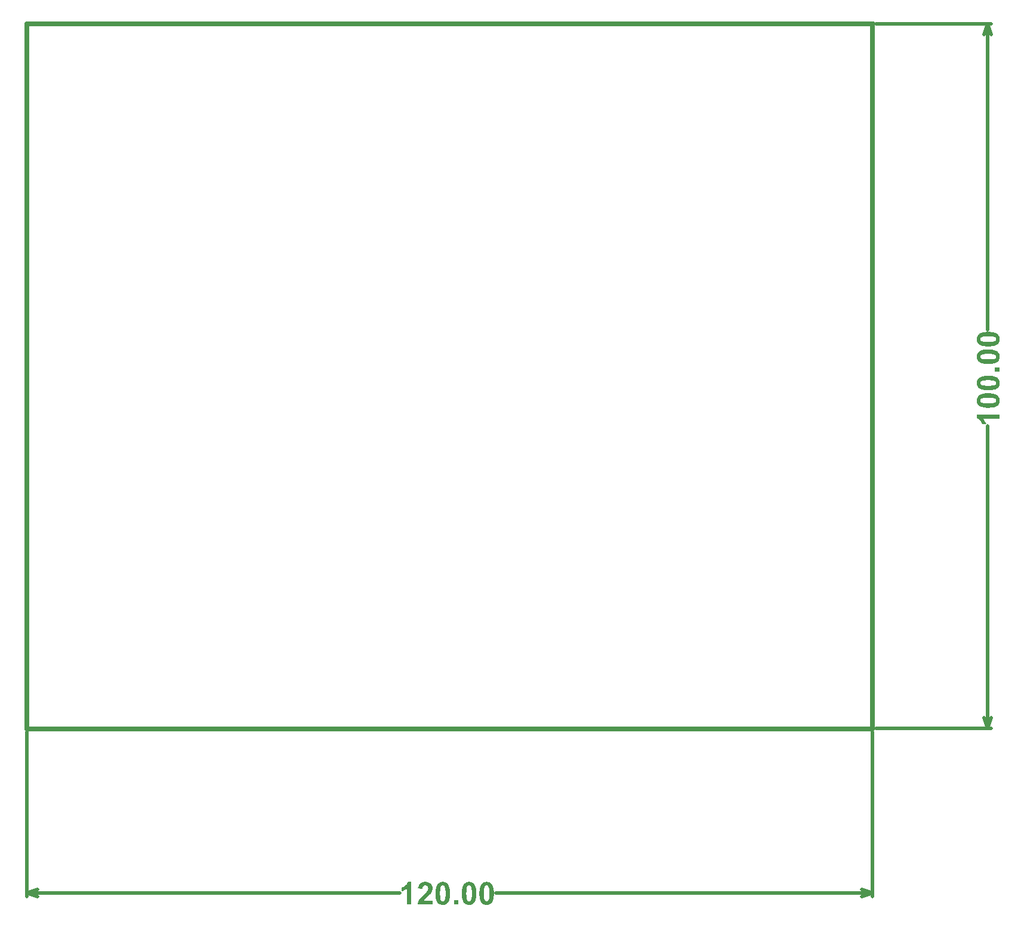
<source format=gm1>
G04*
G04 #@! TF.GenerationSoftware,Altium Limited,Altium Designer,18.1.7 (191)*
G04*
G04 Layer_Color=16711935*
%FSLAX24Y24*%
%MOIN*%
G70*
G01*
G75*
%ADD25C,0.0250*%
%ADD161C,0.0197*%
G36*
X53774Y22165D02*
X53803Y22163D01*
X53838Y22160D01*
X53874Y22156D01*
X53915Y22152D01*
X53956Y22145D01*
X54000Y22136D01*
X54042Y22127D01*
X54084Y22114D01*
X54126Y22101D01*
X54164Y22083D01*
X54201Y22065D01*
X54232Y22043D01*
X54233Y22041D01*
X54237Y22038D01*
X54244Y22032D01*
X54252Y22025D01*
X54261Y22014D01*
X54272Y22001D01*
X54284Y21985D01*
X54295Y21968D01*
X54308Y21948D01*
X54321Y21928D01*
X54332Y21905D01*
X54341Y21879D01*
X54348Y21852D01*
X54355Y21821D01*
X54359Y21790D01*
X54361Y21757D01*
Y21750D01*
X54359Y21739D01*
Y21726D01*
X54357Y21711D01*
X54354Y21693D01*
X54350Y21673D01*
X54343Y21651D01*
X54335Y21628D01*
X54326Y21604D01*
X54315Y21578D01*
X54301Y21555D01*
X54286Y21529D01*
X54266Y21506D01*
X54246Y21482D01*
X54221Y21460D01*
X54219Y21458D01*
X54213Y21455D01*
X54204Y21449D01*
X54193Y21444D01*
X54177Y21434D01*
X54157Y21425D01*
X54131Y21414D01*
X54104Y21405D01*
X54071Y21394D01*
X54035Y21383D01*
X53993Y21374D01*
X53947Y21367D01*
X53896Y21360D01*
X53840Y21354D01*
X53780Y21351D01*
X53714Y21349D01*
X53712D01*
X53710D01*
X53705D01*
X53698D01*
X53679D01*
X53656Y21351D01*
X53627Y21353D01*
X53592Y21356D01*
X53556Y21360D01*
X53516Y21363D01*
X53474Y21371D01*
X53432Y21378D01*
X53388Y21389D01*
X53346Y21400D01*
X53306Y21414D01*
X53268Y21431D01*
X53231Y21449D01*
X53200Y21471D01*
X53198Y21473D01*
X53195Y21476D01*
X53188Y21482D01*
X53180Y21491D01*
X53169Y21500D01*
X53158Y21513D01*
X53147Y21529D01*
X53135Y21546D01*
X53122Y21566D01*
X53111Y21586D01*
X53100Y21609D01*
X53089Y21635D01*
X53082Y21662D01*
X53075Y21693D01*
X53071Y21724D01*
X53069Y21757D01*
Y21775D01*
X53071Y21788D01*
X53073Y21803D01*
X53076Y21821D01*
X53080Y21839D01*
X53086Y21861D01*
X53093Y21885D01*
X53102Y21906D01*
X53111Y21930D01*
X53124Y21954D01*
X53140Y21977D01*
X53157Y22001D01*
X53177Y22023D01*
X53200Y22043D01*
X53202Y22045D01*
X53208Y22049D01*
X53217Y22054D01*
X53229Y22063D01*
X53248Y22072D01*
X53270Y22083D01*
X53293Y22094D01*
X53324Y22105D01*
X53357Y22116D01*
X53395Y22129D01*
X53437Y22138D01*
X53485Y22147D01*
X53536Y22156D01*
X53590Y22161D01*
X53650Y22165D01*
X53716Y22167D01*
X53718D01*
X53720D01*
X53725D01*
X53732D01*
X53751D01*
X53774Y22165D01*
D02*
G37*
G36*
Y21185D02*
X53803Y21183D01*
X53838Y21179D01*
X53874Y21176D01*
X53915Y21172D01*
X53956Y21165D01*
X54000Y21156D01*
X54042Y21147D01*
X54084Y21134D01*
X54126Y21121D01*
X54164Y21103D01*
X54201Y21085D01*
X54232Y21063D01*
X54233Y21061D01*
X54237Y21057D01*
X54244Y21052D01*
X54252Y21045D01*
X54261Y21034D01*
X54272Y21021D01*
X54284Y21005D01*
X54295Y20988D01*
X54308Y20968D01*
X54321Y20948D01*
X54332Y20924D01*
X54341Y20899D01*
X54348Y20872D01*
X54355Y20841D01*
X54359Y20810D01*
X54361Y20777D01*
Y20769D01*
X54359Y20759D01*
Y20746D01*
X54357Y20731D01*
X54354Y20713D01*
X54350Y20693D01*
X54343Y20671D01*
X54335Y20647D01*
X54326Y20624D01*
X54315Y20598D01*
X54301Y20575D01*
X54286Y20549D01*
X54266Y20525D01*
X54246Y20502D01*
X54221Y20480D01*
X54219Y20478D01*
X54213Y20474D01*
X54204Y20469D01*
X54193Y20463D01*
X54177Y20454D01*
X54157Y20445D01*
X54131Y20434D01*
X54104Y20425D01*
X54071Y20414D01*
X54035Y20403D01*
X53993Y20394D01*
X53947Y20387D01*
X53896Y20380D01*
X53840Y20374D01*
X53780Y20370D01*
X53714Y20369D01*
X53712D01*
X53710D01*
X53705D01*
X53698D01*
X53679D01*
X53656Y20370D01*
X53627Y20372D01*
X53592Y20376D01*
X53556Y20380D01*
X53516Y20383D01*
X53474Y20390D01*
X53432Y20398D01*
X53388Y20409D01*
X53346Y20420D01*
X53306Y20434D01*
X53268Y20451D01*
X53231Y20469D01*
X53200Y20491D01*
X53198Y20493D01*
X53195Y20496D01*
X53188Y20502D01*
X53180Y20511D01*
X53169Y20520D01*
X53158Y20533D01*
X53147Y20549D01*
X53135Y20565D01*
X53122Y20585D01*
X53111Y20605D01*
X53100Y20629D01*
X53089Y20655D01*
X53082Y20682D01*
X53075Y20713D01*
X53071Y20744D01*
X53069Y20777D01*
Y20795D01*
X53071Y20808D01*
X53073Y20822D01*
X53076Y20841D01*
X53080Y20859D01*
X53086Y20881D01*
X53093Y20904D01*
X53102Y20926D01*
X53111Y20950D01*
X53124Y20974D01*
X53140Y20997D01*
X53157Y21021D01*
X53177Y21043D01*
X53200Y21063D01*
X53202Y21065D01*
X53208Y21068D01*
X53217Y21074D01*
X53229Y21083D01*
X53248Y21092D01*
X53270Y21103D01*
X53293Y21114D01*
X53324Y21125D01*
X53357Y21136D01*
X53395Y21148D01*
X53437Y21158D01*
X53485Y21167D01*
X53536Y21176D01*
X53590Y21181D01*
X53650Y21185D01*
X53716Y21187D01*
X53718D01*
X53720D01*
X53725D01*
X53732D01*
X53751D01*
X53774Y21185D01*
D02*
G37*
G36*
X54337Y19930D02*
X54095D01*
Y20172D01*
X54337D01*
Y19930D01*
D02*
G37*
G36*
X53774Y19715D02*
X53803Y19713D01*
X53838Y19709D01*
X53874Y19705D01*
X53915Y19702D01*
X53956Y19694D01*
X54000Y19685D01*
X54042Y19676D01*
X54084Y19664D01*
X54126Y19651D01*
X54164Y19633D01*
X54201Y19614D01*
X54232Y19592D01*
X54233Y19591D01*
X54237Y19587D01*
X54244Y19582D01*
X54252Y19574D01*
X54261Y19563D01*
X54272Y19551D01*
X54284Y19534D01*
X54295Y19518D01*
X54308Y19498D01*
X54321Y19478D01*
X54332Y19454D01*
X54341Y19428D01*
X54348Y19401D01*
X54355Y19370D01*
X54359Y19339D01*
X54361Y19306D01*
Y19299D01*
X54359Y19288D01*
Y19275D01*
X54357Y19261D01*
X54354Y19243D01*
X54350Y19223D01*
X54343Y19201D01*
X54335Y19177D01*
X54326Y19153D01*
X54315Y19128D01*
X54301Y19104D01*
X54286Y19079D01*
X54266Y19055D01*
X54246Y19031D01*
X54221Y19009D01*
X54219Y19008D01*
X54213Y19004D01*
X54204Y18998D01*
X54193Y18993D01*
X54177Y18984D01*
X54157Y18975D01*
X54131Y18964D01*
X54104Y18955D01*
X54071Y18944D01*
X54035Y18933D01*
X53993Y18924D01*
X53947Y18916D01*
X53896Y18909D01*
X53840Y18904D01*
X53780Y18900D01*
X53714Y18898D01*
X53712D01*
X53710D01*
X53705D01*
X53698D01*
X53679D01*
X53656Y18900D01*
X53627Y18902D01*
X53592Y18906D01*
X53556Y18909D01*
X53516Y18913D01*
X53474Y18920D01*
X53432Y18927D01*
X53388Y18938D01*
X53346Y18949D01*
X53306Y18964D01*
X53268Y18980D01*
X53231Y18998D01*
X53200Y19020D01*
X53198Y19022D01*
X53195Y19026D01*
X53188Y19031D01*
X53180Y19040D01*
X53169Y19050D01*
X53158Y19062D01*
X53147Y19079D01*
X53135Y19095D01*
X53122Y19115D01*
X53111Y19135D01*
X53100Y19159D01*
X53089Y19184D01*
X53082Y19212D01*
X53075Y19243D01*
X53071Y19274D01*
X53069Y19306D01*
Y19325D01*
X53071Y19337D01*
X53073Y19352D01*
X53076Y19370D01*
X53080Y19388D01*
X53086Y19410D01*
X53093Y19434D01*
X53102Y19456D01*
X53111Y19479D01*
X53124Y19503D01*
X53140Y19527D01*
X53157Y19551D01*
X53177Y19572D01*
X53200Y19592D01*
X53202Y19594D01*
X53208Y19598D01*
X53217Y19603D01*
X53229Y19612D01*
X53248Y19622D01*
X53270Y19633D01*
X53293Y19643D01*
X53324Y19654D01*
X53357Y19665D01*
X53395Y19678D01*
X53437Y19687D01*
X53485Y19696D01*
X53536Y19705D01*
X53590Y19711D01*
X53650Y19715D01*
X53716Y19716D01*
X53718D01*
X53720D01*
X53725D01*
X53732D01*
X53751D01*
X53774Y19715D01*
D02*
G37*
G36*
Y18734D02*
X53803Y18732D01*
X53838Y18729D01*
X53874Y18725D01*
X53915Y18722D01*
X53956Y18714D01*
X54000Y18705D01*
X54042Y18696D01*
X54084Y18683D01*
X54126Y18671D01*
X54164Y18652D01*
X54201Y18634D01*
X54232Y18612D01*
X54233Y18610D01*
X54237Y18607D01*
X54244Y18601D01*
X54252Y18594D01*
X54261Y18583D01*
X54272Y18570D01*
X54284Y18554D01*
X54295Y18538D01*
X54308Y18517D01*
X54321Y18497D01*
X54332Y18474D01*
X54341Y18448D01*
X54348Y18421D01*
X54355Y18390D01*
X54359Y18359D01*
X54361Y18326D01*
Y18319D01*
X54359Y18308D01*
Y18295D01*
X54357Y18281D01*
X54354Y18262D01*
X54350Y18242D01*
X54343Y18220D01*
X54335Y18197D01*
X54326Y18173D01*
X54315Y18148D01*
X54301Y18124D01*
X54286Y18098D01*
X54266Y18075D01*
X54246Y18051D01*
X54221Y18029D01*
X54219Y18027D01*
X54213Y18024D01*
X54204Y18018D01*
X54193Y18013D01*
X54177Y18004D01*
X54157Y17995D01*
X54131Y17984D01*
X54104Y17975D01*
X54071Y17964D01*
X54035Y17953D01*
X53993Y17944D01*
X53947Y17936D01*
X53896Y17929D01*
X53840Y17924D01*
X53780Y17920D01*
X53714Y17918D01*
X53712D01*
X53710D01*
X53705D01*
X53698D01*
X53679D01*
X53656Y17920D01*
X53627Y17922D01*
X53592Y17925D01*
X53556Y17929D01*
X53516Y17933D01*
X53474Y17940D01*
X53432Y17947D01*
X53388Y17958D01*
X53346Y17969D01*
X53306Y17984D01*
X53268Y18000D01*
X53231Y18018D01*
X53200Y18040D01*
X53198Y18042D01*
X53195Y18046D01*
X53188Y18051D01*
X53180Y18060D01*
X53169Y18069D01*
X53158Y18082D01*
X53147Y18098D01*
X53135Y18115D01*
X53122Y18135D01*
X53111Y18155D01*
X53100Y18179D01*
X53089Y18204D01*
X53082Y18231D01*
X53075Y18262D01*
X53071Y18293D01*
X53069Y18326D01*
Y18344D01*
X53071Y18357D01*
X53073Y18372D01*
X53076Y18390D01*
X53080Y18408D01*
X53086Y18430D01*
X53093Y18454D01*
X53102Y18476D01*
X53111Y18499D01*
X53124Y18523D01*
X53140Y18547D01*
X53157Y18570D01*
X53177Y18592D01*
X53200Y18612D01*
X53202Y18614D01*
X53208Y18618D01*
X53217Y18623D01*
X53229Y18632D01*
X53248Y18641D01*
X53270Y18652D01*
X53293Y18663D01*
X53324Y18674D01*
X53357Y18685D01*
X53395Y18698D01*
X53437Y18707D01*
X53485Y18716D01*
X53536Y18725D01*
X53590Y18731D01*
X53650Y18734D01*
X53716Y18736D01*
X53718D01*
X53720D01*
X53725D01*
X53732D01*
X53751D01*
X53774Y18734D01*
D02*
G37*
G36*
X54337Y17313D02*
X53424D01*
X53426Y17311D01*
X53430Y17308D01*
X53435Y17300D01*
X53444Y17289D01*
X53455Y17277D01*
X53466Y17262D01*
X53479Y17244D01*
X53494Y17224D01*
X53508Y17202D01*
X53523Y17178D01*
X53539Y17153D01*
X53554Y17125D01*
X53581Y17067D01*
X53607Y17002D01*
X53388D01*
Y17003D01*
X53386Y17005D01*
X53384Y17011D01*
X53383Y17018D01*
X53373Y17036D01*
X53362Y17062D01*
X53348Y17093D01*
X53328Y17127D01*
X53302Y17166D01*
X53273Y17206D01*
X53271Y17207D01*
X53270Y17211D01*
X53264Y17217D01*
X53257Y17224D01*
X53239Y17244D01*
X53215Y17266D01*
X53186Y17291D01*
X53149Y17317D01*
X53111Y17340D01*
X53069Y17359D01*
Y17555D01*
X54337D01*
Y17313D01*
D02*
G37*
G36*
X24110Y-9835D02*
X23868D01*
Y-9593D01*
X24110D01*
Y-9835D01*
D02*
G37*
G36*
X22303Y-8569D02*
X22319Y-8570D01*
X22338Y-8572D01*
X22358Y-8576D01*
X22380Y-8580D01*
X22427Y-8592D01*
X22474Y-8610D01*
X22500Y-8621D01*
X22522Y-8634D01*
X22545Y-8651D01*
X22565Y-8669D01*
X22567Y-8671D01*
X22571Y-8672D01*
X22574Y-8680D01*
X22582Y-8687D01*
X22591Y-8696D01*
X22600Y-8709D01*
X22609Y-8722D01*
X22620Y-8738D01*
X22638Y-8774D01*
X22656Y-8816D01*
X22664Y-8840D01*
X22667Y-8866D01*
X22671Y-8893D01*
X22673Y-8920D01*
Y-8924D01*
Y-8935D01*
X22671Y-8951D01*
X22669Y-8971D01*
X22666Y-8997D01*
X22660Y-9024D01*
X22653Y-9053D01*
X22642Y-9082D01*
X22640Y-9086D01*
X22636Y-9095D01*
X22629Y-9112D01*
X22618Y-9132D01*
X22605Y-9155D01*
X22589Y-9183D01*
X22569Y-9212D01*
X22545Y-9243D01*
X22544Y-9245D01*
X22536Y-9254D01*
X22525Y-9266D01*
X22509Y-9285D01*
X22487Y-9306D01*
X22460Y-9336D01*
X22427Y-9367D01*
X22387Y-9405D01*
X22385Y-9407D01*
X22381Y-9409D01*
X22376Y-9414D01*
X22369Y-9421D01*
X22349Y-9439D01*
X22325Y-9461D01*
X22301Y-9485D01*
X22278Y-9509D01*
X22256Y-9529D01*
X22248Y-9538D01*
X22241Y-9545D01*
X22239Y-9547D01*
X22236Y-9551D01*
X22230Y-9558D01*
X22223Y-9567D01*
X22206Y-9587D01*
X22192Y-9611D01*
X22673D01*
Y-9835D01*
X21826D01*
Y-9833D01*
Y-9829D01*
X21827Y-9822D01*
X21829Y-9813D01*
X21831Y-9802D01*
X21833Y-9789D01*
X21840Y-9757D01*
X21851Y-9720D01*
X21866Y-9680D01*
X21884Y-9636D01*
X21908Y-9594D01*
Y-9593D01*
X21911Y-9589D01*
X21915Y-9582D01*
X21922Y-9574D01*
X21930Y-9562D01*
X21940Y-9549D01*
X21953Y-9532D01*
X21968Y-9514D01*
X21984Y-9492D01*
X22004Y-9470D01*
X22026Y-9445D01*
X22052Y-9418D01*
X22079Y-9390D01*
X22110Y-9359D01*
X22143Y-9327D01*
X22179Y-9292D01*
X22181Y-9290D01*
X22186Y-9285D01*
X22194Y-9277D01*
X22205Y-9266D01*
X22219Y-9255D01*
X22234Y-9241D01*
X22267Y-9208D01*
X22299Y-9173D01*
X22332Y-9139D01*
X22347Y-9124D01*
X22361Y-9108D01*
X22372Y-9095D01*
X22380Y-9084D01*
X22381Y-9081D01*
X22387Y-9071D01*
X22396Y-9057D01*
X22405Y-9037D01*
X22414Y-9015D01*
X22423Y-8989D01*
X22429Y-8964D01*
X22431Y-8937D01*
Y-8935D01*
Y-8933D01*
Y-8924D01*
X22429Y-8907D01*
X22425Y-8889D01*
X22420Y-8869D01*
X22412Y-8849D01*
X22401Y-8829D01*
X22387Y-8811D01*
X22385Y-8809D01*
X22380Y-8804D01*
X22369Y-8796D01*
X22356Y-8789D01*
X22338Y-8782D01*
X22318Y-8774D01*
X22294Y-8769D01*
X22267Y-8767D01*
X22254D01*
X22239Y-8769D01*
X22223Y-8773D01*
X22203Y-8778D01*
X22183Y-8787D01*
X22163Y-8798D01*
X22144Y-8813D01*
X22143Y-8815D01*
X22137Y-8822D01*
X22130Y-8833D01*
X22123Y-8849D01*
X22114Y-8869D01*
X22106Y-8897D01*
X22099Y-8928D01*
X22095Y-8964D01*
X21855Y-8940D01*
Y-8938D01*
X21857Y-8931D01*
Y-8922D01*
X21860Y-8907D01*
X21862Y-8891D01*
X21868Y-8873D01*
X21873Y-8853D01*
X21878Y-8829D01*
X21897Y-8784D01*
X21919Y-8736D01*
X21933Y-8713D01*
X21950Y-8691D01*
X21968Y-8672D01*
X21988Y-8654D01*
X21990Y-8652D01*
X21993Y-8651D01*
X21999Y-8647D01*
X22008Y-8640D01*
X22019Y-8634D01*
X22033Y-8627D01*
X22048Y-8618D01*
X22066Y-8610D01*
X22086Y-8601D01*
X22108Y-8594D01*
X22155Y-8580D01*
X22212Y-8570D01*
X22241Y-8569D01*
X22272Y-8567D01*
X22290D01*
X22303Y-8569D01*
D02*
G37*
G36*
X21494Y-9835D02*
X21252D01*
Y-8922D01*
X21250Y-8924D01*
X21246Y-8928D01*
X21239Y-8933D01*
X21228Y-8942D01*
X21215Y-8953D01*
X21201Y-8964D01*
X21182Y-8977D01*
X21162Y-8991D01*
X21141Y-9006D01*
X21117Y-9020D01*
X21091Y-9037D01*
X21064Y-9051D01*
X21006Y-9079D01*
X20940Y-9104D01*
Y-8886D01*
X20942D01*
X20944Y-8884D01*
X20949Y-8882D01*
X20957Y-8880D01*
X20975Y-8871D01*
X21000Y-8860D01*
X21031Y-8846D01*
X21066Y-8825D01*
X21104Y-8800D01*
X21144Y-8771D01*
X21146Y-8769D01*
X21150Y-8767D01*
X21155Y-8762D01*
X21162Y-8754D01*
X21182Y-8736D01*
X21204Y-8713D01*
X21230Y-8683D01*
X21255Y-8647D01*
X21279Y-8609D01*
X21297Y-8567D01*
X21494D01*
Y-9835D01*
D02*
G37*
G36*
X25727Y-8569D02*
X25741Y-8570D01*
X25759Y-8574D01*
X25778Y-8578D01*
X25799Y-8583D01*
X25823Y-8590D01*
X25845Y-8600D01*
X25869Y-8609D01*
X25892Y-8621D01*
X25916Y-8638D01*
X25940Y-8654D01*
X25962Y-8674D01*
X25982Y-8698D01*
X25983Y-8700D01*
X25987Y-8705D01*
X25993Y-8714D01*
X26002Y-8727D01*
X26011Y-8745D01*
X26022Y-8767D01*
X26033Y-8791D01*
X26044Y-8822D01*
X26054Y-8855D01*
X26067Y-8893D01*
X26076Y-8935D01*
X26085Y-8982D01*
X26095Y-9033D01*
X26100Y-9088D01*
X26104Y-9148D01*
X26106Y-9214D01*
Y-9215D01*
Y-9217D01*
Y-9223D01*
Y-9230D01*
Y-9248D01*
X26104Y-9272D01*
X26102Y-9301D01*
X26098Y-9336D01*
X26095Y-9372D01*
X26091Y-9412D01*
X26084Y-9454D01*
X26075Y-9498D01*
X26065Y-9540D01*
X26053Y-9582D01*
X26040Y-9624D01*
X26022Y-9662D01*
X26003Y-9698D01*
X25982Y-9729D01*
X25980Y-9731D01*
X25976Y-9735D01*
X25971Y-9742D01*
X25963Y-9749D01*
X25952Y-9758D01*
X25940Y-9769D01*
X25923Y-9782D01*
X25907Y-9793D01*
X25887Y-9806D01*
X25867Y-9818D01*
X25843Y-9829D01*
X25818Y-9839D01*
X25790Y-9846D01*
X25759Y-9853D01*
X25728Y-9857D01*
X25696Y-9859D01*
X25688D01*
X25677Y-9857D01*
X25665D01*
X25650Y-9855D01*
X25632Y-9851D01*
X25612Y-9848D01*
X25590Y-9840D01*
X25566Y-9833D01*
X25543Y-9824D01*
X25517Y-9813D01*
X25493Y-9798D01*
X25468Y-9784D01*
X25444Y-9764D01*
X25420Y-9744D01*
X25399Y-9718D01*
X25397Y-9716D01*
X25393Y-9711D01*
X25388Y-9702D01*
X25382Y-9691D01*
X25373Y-9675D01*
X25364Y-9654D01*
X25353Y-9629D01*
X25344Y-9602D01*
X25333Y-9569D01*
X25322Y-9532D01*
X25313Y-9491D01*
X25306Y-9445D01*
X25298Y-9394D01*
X25293Y-9337D01*
X25289Y-9277D01*
X25287Y-9212D01*
Y-9210D01*
Y-9208D01*
Y-9203D01*
Y-9195D01*
Y-9177D01*
X25289Y-9153D01*
X25291Y-9124D01*
X25295Y-9090D01*
X25298Y-9053D01*
X25302Y-9013D01*
X25309Y-8971D01*
X25317Y-8929D01*
X25328Y-8886D01*
X25338Y-8844D01*
X25353Y-8804D01*
X25369Y-8765D01*
X25388Y-8729D01*
X25410Y-8698D01*
X25411Y-8696D01*
X25415Y-8692D01*
X25420Y-8685D01*
X25430Y-8678D01*
X25439Y-8667D01*
X25451Y-8656D01*
X25468Y-8645D01*
X25484Y-8632D01*
X25504Y-8620D01*
X25524Y-8609D01*
X25548Y-8598D01*
X25573Y-8587D01*
X25601Y-8580D01*
X25632Y-8572D01*
X25663Y-8569D01*
X25696Y-8567D01*
X25714D01*
X25727Y-8569D01*
D02*
G37*
G36*
X24746D02*
X24761Y-8570D01*
X24779Y-8574D01*
X24797Y-8578D01*
X24819Y-8583D01*
X24843Y-8590D01*
X24865Y-8600D01*
X24888Y-8609D01*
X24912Y-8621D01*
X24936Y-8638D01*
X24959Y-8654D01*
X24981Y-8674D01*
X25001Y-8698D01*
X25003Y-8700D01*
X25007Y-8705D01*
X25012Y-8714D01*
X25021Y-8727D01*
X25031Y-8745D01*
X25041Y-8767D01*
X25052Y-8791D01*
X25063Y-8822D01*
X25074Y-8855D01*
X25087Y-8893D01*
X25096Y-8935D01*
X25105Y-8982D01*
X25114Y-9033D01*
X25120Y-9088D01*
X25123Y-9148D01*
X25125Y-9214D01*
Y-9215D01*
Y-9217D01*
Y-9223D01*
Y-9230D01*
Y-9248D01*
X25123Y-9272D01*
X25122Y-9301D01*
X25118Y-9336D01*
X25114Y-9372D01*
X25111Y-9412D01*
X25103Y-9454D01*
X25094Y-9498D01*
X25085Y-9540D01*
X25072Y-9582D01*
X25060Y-9624D01*
X25041Y-9662D01*
X25023Y-9698D01*
X25001Y-9729D01*
X25000Y-9731D01*
X24996Y-9735D01*
X24990Y-9742D01*
X24983Y-9749D01*
X24972Y-9758D01*
X24959Y-9769D01*
X24943Y-9782D01*
X24927Y-9793D01*
X24907Y-9806D01*
X24887Y-9818D01*
X24863Y-9829D01*
X24837Y-9839D01*
X24810Y-9846D01*
X24779Y-9853D01*
X24748Y-9857D01*
X24715Y-9859D01*
X24708D01*
X24697Y-9857D01*
X24684D01*
X24670Y-9855D01*
X24652Y-9851D01*
X24632Y-9848D01*
X24610Y-9840D01*
X24586Y-9833D01*
X24562Y-9824D01*
X24537Y-9813D01*
X24513Y-9798D01*
X24488Y-9784D01*
X24464Y-9764D01*
X24440Y-9744D01*
X24418Y-9718D01*
X24417Y-9716D01*
X24413Y-9711D01*
X24407Y-9702D01*
X24402Y-9691D01*
X24393Y-9675D01*
X24384Y-9654D01*
X24373Y-9629D01*
X24364Y-9602D01*
X24353Y-9569D01*
X24342Y-9532D01*
X24333Y-9491D01*
X24325Y-9445D01*
X24318Y-9394D01*
X24313Y-9337D01*
X24309Y-9277D01*
X24307Y-9212D01*
Y-9210D01*
Y-9208D01*
Y-9203D01*
Y-9195D01*
Y-9177D01*
X24309Y-9153D01*
X24311Y-9124D01*
X24314Y-9090D01*
X24318Y-9053D01*
X24322Y-9013D01*
X24329Y-8971D01*
X24336Y-8929D01*
X24347Y-8886D01*
X24358Y-8844D01*
X24373Y-8804D01*
X24389Y-8765D01*
X24407Y-8729D01*
X24429Y-8698D01*
X24431Y-8696D01*
X24435Y-8692D01*
X24440Y-8685D01*
X24449Y-8678D01*
X24458Y-8667D01*
X24471Y-8656D01*
X24488Y-8645D01*
X24504Y-8632D01*
X24524Y-8620D01*
X24544Y-8609D01*
X24568Y-8598D01*
X24593Y-8587D01*
X24621Y-8580D01*
X24652Y-8572D01*
X24683Y-8569D01*
X24715Y-8567D01*
X24734D01*
X24746Y-8569D01*
D02*
G37*
G36*
X23276D02*
X23291Y-8570D01*
X23309Y-8574D01*
X23327Y-8578D01*
X23349Y-8583D01*
X23373Y-8590D01*
X23394Y-8600D01*
X23418Y-8609D01*
X23442Y-8621D01*
X23465Y-8638D01*
X23489Y-8654D01*
X23511Y-8674D01*
X23531Y-8698D01*
X23533Y-8700D01*
X23537Y-8705D01*
X23542Y-8714D01*
X23551Y-8727D01*
X23560Y-8745D01*
X23571Y-8767D01*
X23582Y-8791D01*
X23593Y-8822D01*
X23604Y-8855D01*
X23617Y-8893D01*
X23626Y-8935D01*
X23635Y-8982D01*
X23644Y-9033D01*
X23649Y-9088D01*
X23653Y-9148D01*
X23655Y-9214D01*
Y-9215D01*
Y-9217D01*
Y-9223D01*
Y-9230D01*
Y-9248D01*
X23653Y-9272D01*
X23651Y-9301D01*
X23648Y-9336D01*
X23644Y-9372D01*
X23640Y-9412D01*
X23633Y-9454D01*
X23624Y-9498D01*
X23615Y-9540D01*
X23602Y-9582D01*
X23589Y-9624D01*
X23571Y-9662D01*
X23553Y-9698D01*
X23531Y-9729D01*
X23529Y-9731D01*
X23526Y-9735D01*
X23520Y-9742D01*
X23513Y-9749D01*
X23502Y-9758D01*
X23489Y-9769D01*
X23473Y-9782D01*
X23456Y-9793D01*
X23436Y-9806D01*
X23416Y-9818D01*
X23393Y-9829D01*
X23367Y-9839D01*
X23340Y-9846D01*
X23309Y-9853D01*
X23278Y-9857D01*
X23245Y-9859D01*
X23238D01*
X23227Y-9857D01*
X23214D01*
X23199Y-9855D01*
X23181Y-9851D01*
X23161Y-9848D01*
X23139Y-9840D01*
X23116Y-9833D01*
X23092Y-9824D01*
X23066Y-9813D01*
X23043Y-9798D01*
X23017Y-9784D01*
X22994Y-9764D01*
X22970Y-9744D01*
X22948Y-9718D01*
X22946Y-9716D01*
X22943Y-9711D01*
X22937Y-9702D01*
X22932Y-9691D01*
X22922Y-9675D01*
X22913Y-9654D01*
X22902Y-9629D01*
X22893Y-9602D01*
X22882Y-9569D01*
X22871Y-9532D01*
X22862Y-9491D01*
X22855Y-9445D01*
X22848Y-9394D01*
X22842Y-9337D01*
X22839Y-9277D01*
X22837Y-9212D01*
Y-9210D01*
Y-9208D01*
Y-9203D01*
Y-9195D01*
Y-9177D01*
X22839Y-9153D01*
X22840Y-9124D01*
X22844Y-9090D01*
X22848Y-9053D01*
X22851Y-9013D01*
X22859Y-8971D01*
X22866Y-8929D01*
X22877Y-8886D01*
X22888Y-8844D01*
X22902Y-8804D01*
X22919Y-8765D01*
X22937Y-8729D01*
X22959Y-8698D01*
X22961Y-8696D01*
X22964Y-8692D01*
X22970Y-8685D01*
X22979Y-8678D01*
X22988Y-8667D01*
X23001Y-8656D01*
X23017Y-8645D01*
X23034Y-8632D01*
X23054Y-8620D01*
X23074Y-8609D01*
X23097Y-8598D01*
X23123Y-8587D01*
X23150Y-8580D01*
X23181Y-8572D01*
X23212Y-8569D01*
X23245Y-8567D01*
X23263D01*
X23276Y-8569D01*
D02*
G37*
%LPC*%
G36*
X53756Y21912D02*
X53716D01*
X53714D01*
X53707D01*
X53694D01*
X53679D01*
X53661D01*
X53641Y21910D01*
X53618D01*
X53594Y21908D01*
X53543Y21906D01*
X53494Y21903D01*
X53470Y21899D01*
X53446Y21895D01*
X53426Y21892D01*
X53410Y21888D01*
X53408D01*
X53406Y21886D01*
X53397Y21885D01*
X53383Y21879D01*
X53364Y21874D01*
X53346Y21864D01*
X53328Y21855D01*
X53311Y21844D01*
X53299Y21834D01*
X53297Y21832D01*
X53293Y21828D01*
X53290Y21821D01*
X53284Y21812D01*
X53279Y21801D01*
X53273Y21788D01*
X53271Y21773D01*
X53270Y21757D01*
Y21750D01*
X53271Y21741D01*
X53273Y21731D01*
X53277Y21719D01*
X53282Y21706D01*
X53290Y21691D01*
X53299Y21679D01*
X53301Y21677D01*
X53304Y21673D01*
X53311Y21668D01*
X53321Y21660D01*
X53335Y21651D01*
X53352Y21644D01*
X53373Y21635D01*
X53399Y21628D01*
X53401D01*
X53403Y21626D01*
X53410D01*
X53417Y21624D01*
X53428Y21622D01*
X53441Y21620D01*
X53455Y21619D01*
X53474Y21617D01*
X53495Y21613D01*
X53517Y21611D01*
X53545Y21609D01*
X53572Y21608D01*
X53605Y21606D01*
X53638D01*
X53676Y21604D01*
X53716D01*
X53718D01*
X53725D01*
X53738D01*
X53752D01*
X53771D01*
X53791Y21606D01*
X53814D01*
X53838Y21608D01*
X53889Y21609D01*
X53940Y21613D01*
X53964Y21615D01*
X53986Y21619D01*
X54006Y21622D01*
X54024Y21626D01*
X54028Y21628D01*
X54037Y21629D01*
X54051Y21635D01*
X54068Y21640D01*
X54086Y21649D01*
X54104Y21659D01*
X54120Y21670D01*
X54133Y21680D01*
X54135Y21682D01*
X54137Y21686D01*
X54142Y21693D01*
X54146Y21702D01*
X54151Y21713D01*
X54157Y21726D01*
X54159Y21741D01*
X54160Y21757D01*
Y21764D01*
X54159Y21773D01*
X54157Y21783D01*
X54153Y21795D01*
X54150Y21808D01*
X54142Y21821D01*
X54133Y21834D01*
X54131Y21835D01*
X54128Y21839D01*
X54120Y21846D01*
X54109Y21854D01*
X54097Y21861D01*
X54079Y21870D01*
X54058Y21879D01*
X54033Y21886D01*
X54031D01*
X54029Y21888D01*
X54022D01*
X54015Y21890D01*
X54004Y21892D01*
X53991Y21894D01*
X53976Y21897D01*
X53958Y21899D01*
X53938Y21901D01*
X53915Y21905D01*
X53889Y21906D01*
X53860Y21908D01*
X53829Y21910D01*
X53794D01*
X53756Y21912D01*
D02*
G37*
G36*
Y20932D02*
X53716D01*
X53714D01*
X53707D01*
X53694D01*
X53679D01*
X53661D01*
X53641Y20930D01*
X53618D01*
X53594Y20928D01*
X53543Y20926D01*
X53494Y20923D01*
X53470Y20919D01*
X53446Y20915D01*
X53426Y20912D01*
X53410Y20908D01*
X53408D01*
X53406Y20906D01*
X53397Y20904D01*
X53383Y20899D01*
X53364Y20893D01*
X53346Y20884D01*
X53328Y20875D01*
X53311Y20864D01*
X53299Y20853D01*
X53297Y20851D01*
X53293Y20848D01*
X53290Y20841D01*
X53284Y20831D01*
X53279Y20820D01*
X53273Y20808D01*
X53271Y20793D01*
X53270Y20777D01*
Y20769D01*
X53271Y20760D01*
X53273Y20751D01*
X53277Y20738D01*
X53282Y20726D01*
X53290Y20711D01*
X53299Y20698D01*
X53301Y20697D01*
X53304Y20693D01*
X53311Y20687D01*
X53321Y20680D01*
X53335Y20671D01*
X53352Y20664D01*
X53373Y20655D01*
X53399Y20647D01*
X53401D01*
X53403Y20646D01*
X53410D01*
X53417Y20644D01*
X53428Y20642D01*
X53441Y20640D01*
X53455Y20638D01*
X53474Y20636D01*
X53495Y20633D01*
X53517Y20631D01*
X53545Y20629D01*
X53572Y20627D01*
X53605Y20626D01*
X53638D01*
X53676Y20624D01*
X53716D01*
X53718D01*
X53725D01*
X53738D01*
X53752D01*
X53771D01*
X53791Y20626D01*
X53814D01*
X53838Y20627D01*
X53889Y20629D01*
X53940Y20633D01*
X53964Y20635D01*
X53986Y20638D01*
X54006Y20642D01*
X54024Y20646D01*
X54028Y20647D01*
X54037Y20649D01*
X54051Y20655D01*
X54068Y20660D01*
X54086Y20669D01*
X54104Y20678D01*
X54120Y20689D01*
X54133Y20700D01*
X54135Y20702D01*
X54137Y20706D01*
X54142Y20713D01*
X54146Y20722D01*
X54151Y20733D01*
X54157Y20746D01*
X54159Y20760D01*
X54160Y20777D01*
Y20784D01*
X54159Y20793D01*
X54157Y20802D01*
X54153Y20815D01*
X54150Y20828D01*
X54142Y20841D01*
X54133Y20853D01*
X54131Y20855D01*
X54128Y20859D01*
X54120Y20866D01*
X54109Y20873D01*
X54097Y20881D01*
X54079Y20890D01*
X54058Y20899D01*
X54033Y20906D01*
X54031D01*
X54029Y20908D01*
X54022D01*
X54015Y20910D01*
X54004Y20912D01*
X53991Y20913D01*
X53976Y20917D01*
X53958Y20919D01*
X53938Y20921D01*
X53915Y20924D01*
X53889Y20926D01*
X53860Y20928D01*
X53829Y20930D01*
X53794D01*
X53756Y20932D01*
D02*
G37*
G36*
Y19461D02*
X53716D01*
X53714D01*
X53707D01*
X53694D01*
X53679D01*
X53661D01*
X53641Y19459D01*
X53618D01*
X53594Y19458D01*
X53543Y19456D01*
X53494Y19452D01*
X53470Y19449D01*
X53446Y19445D01*
X53426Y19441D01*
X53410Y19438D01*
X53408D01*
X53406Y19436D01*
X53397Y19434D01*
X53383Y19428D01*
X53364Y19423D01*
X53346Y19414D01*
X53328Y19405D01*
X53311Y19394D01*
X53299Y19383D01*
X53297Y19381D01*
X53293Y19377D01*
X53290Y19370D01*
X53284Y19361D01*
X53279Y19350D01*
X53273Y19337D01*
X53271Y19323D01*
X53270Y19306D01*
Y19299D01*
X53271Y19290D01*
X53273Y19281D01*
X53277Y19268D01*
X53282Y19255D01*
X53290Y19241D01*
X53299Y19228D01*
X53301Y19226D01*
X53304Y19223D01*
X53311Y19217D01*
X53321Y19210D01*
X53335Y19201D01*
X53352Y19193D01*
X53373Y19184D01*
X53399Y19177D01*
X53401D01*
X53403Y19175D01*
X53410D01*
X53417Y19173D01*
X53428Y19172D01*
X53441Y19170D01*
X53455Y19168D01*
X53474Y19166D01*
X53495Y19162D01*
X53517Y19161D01*
X53545Y19159D01*
X53572Y19157D01*
X53605Y19155D01*
X53638D01*
X53676Y19153D01*
X53716D01*
X53718D01*
X53725D01*
X53738D01*
X53752D01*
X53771D01*
X53791Y19155D01*
X53814D01*
X53838Y19157D01*
X53889Y19159D01*
X53940Y19162D01*
X53964Y19164D01*
X53986Y19168D01*
X54006Y19172D01*
X54024Y19175D01*
X54028Y19177D01*
X54037Y19179D01*
X54051Y19184D01*
X54068Y19190D01*
X54086Y19199D01*
X54104Y19208D01*
X54120Y19219D01*
X54133Y19230D01*
X54135Y19232D01*
X54137Y19235D01*
X54142Y19243D01*
X54146Y19252D01*
X54151Y19263D01*
X54157Y19275D01*
X54159Y19290D01*
X54160Y19306D01*
Y19314D01*
X54159Y19323D01*
X54157Y19332D01*
X54153Y19345D01*
X54150Y19357D01*
X54142Y19370D01*
X54133Y19383D01*
X54131Y19385D01*
X54128Y19388D01*
X54120Y19396D01*
X54109Y19403D01*
X54097Y19410D01*
X54079Y19419D01*
X54058Y19428D01*
X54033Y19436D01*
X54031D01*
X54029Y19438D01*
X54022D01*
X54015Y19439D01*
X54004Y19441D01*
X53991Y19443D01*
X53976Y19447D01*
X53958Y19449D01*
X53938Y19450D01*
X53915Y19454D01*
X53889Y19456D01*
X53860Y19458D01*
X53829Y19459D01*
X53794D01*
X53756Y19461D01*
D02*
G37*
G36*
Y18481D02*
X53716D01*
X53714D01*
X53707D01*
X53694D01*
X53679D01*
X53661D01*
X53641Y18479D01*
X53618D01*
X53594Y18477D01*
X53543Y18476D01*
X53494Y18472D01*
X53470Y18468D01*
X53446Y18465D01*
X53426Y18461D01*
X53410Y18457D01*
X53408D01*
X53406Y18456D01*
X53397Y18454D01*
X53383Y18448D01*
X53364Y18443D01*
X53346Y18434D01*
X53328Y18425D01*
X53311Y18414D01*
X53299Y18403D01*
X53297Y18401D01*
X53293Y18397D01*
X53290Y18390D01*
X53284Y18381D01*
X53279Y18370D01*
X53273Y18357D01*
X53271Y18343D01*
X53270Y18326D01*
Y18319D01*
X53271Y18310D01*
X53273Y18301D01*
X53277Y18288D01*
X53282Y18275D01*
X53290Y18261D01*
X53299Y18248D01*
X53301Y18246D01*
X53304Y18242D01*
X53311Y18237D01*
X53321Y18230D01*
X53335Y18220D01*
X53352Y18213D01*
X53373Y18204D01*
X53399Y18197D01*
X53401D01*
X53403Y18195D01*
X53410D01*
X53417Y18193D01*
X53428Y18191D01*
X53441Y18190D01*
X53455Y18188D01*
X53474Y18186D01*
X53495Y18182D01*
X53517Y18180D01*
X53545Y18179D01*
X53572Y18177D01*
X53605Y18175D01*
X53638D01*
X53676Y18173D01*
X53716D01*
X53718D01*
X53725D01*
X53738D01*
X53752D01*
X53771D01*
X53791Y18175D01*
X53814D01*
X53838Y18177D01*
X53889Y18179D01*
X53940Y18182D01*
X53964Y18184D01*
X53986Y18188D01*
X54006Y18191D01*
X54024Y18195D01*
X54028Y18197D01*
X54037Y18199D01*
X54051Y18204D01*
X54068Y18210D01*
X54086Y18219D01*
X54104Y18228D01*
X54120Y18239D01*
X54133Y18250D01*
X54135Y18251D01*
X54137Y18255D01*
X54142Y18262D01*
X54146Y18271D01*
X54151Y18282D01*
X54157Y18295D01*
X54159Y18310D01*
X54160Y18326D01*
Y18333D01*
X54159Y18343D01*
X54157Y18352D01*
X54153Y18364D01*
X54150Y18377D01*
X54142Y18390D01*
X54133Y18403D01*
X54131Y18405D01*
X54128Y18408D01*
X54120Y18415D01*
X54109Y18423D01*
X54097Y18430D01*
X54079Y18439D01*
X54058Y18448D01*
X54033Y18456D01*
X54031D01*
X54029Y18457D01*
X54022D01*
X54015Y18459D01*
X54004Y18461D01*
X53991Y18463D01*
X53976Y18466D01*
X53958Y18468D01*
X53938Y18470D01*
X53915Y18474D01*
X53889Y18476D01*
X53860Y18477D01*
X53829Y18479D01*
X53794D01*
X53756Y18481D01*
D02*
G37*
G36*
X25696Y-8767D02*
X25688D01*
X25679Y-8769D01*
X25670Y-8771D01*
X25657Y-8774D01*
X25645Y-8780D01*
X25630Y-8787D01*
X25617Y-8796D01*
X25615Y-8798D01*
X25612Y-8802D01*
X25606Y-8809D01*
X25599Y-8818D01*
X25590Y-8833D01*
X25583Y-8849D01*
X25573Y-8871D01*
X25566Y-8897D01*
Y-8898D01*
X25564Y-8900D01*
Y-8907D01*
X25563Y-8915D01*
X25561Y-8926D01*
X25559Y-8938D01*
X25557Y-8953D01*
X25555Y-8971D01*
X25552Y-8993D01*
X25550Y-9015D01*
X25548Y-9042D01*
X25546Y-9070D01*
X25544Y-9102D01*
Y-9135D01*
X25543Y-9173D01*
Y-9214D01*
Y-9215D01*
Y-9223D01*
Y-9235D01*
Y-9250D01*
Y-9268D01*
X25544Y-9288D01*
Y-9312D01*
X25546Y-9336D01*
X25548Y-9387D01*
X25552Y-9438D01*
X25553Y-9461D01*
X25557Y-9483D01*
X25561Y-9503D01*
X25564Y-9521D01*
X25566Y-9525D01*
X25568Y-9534D01*
X25573Y-9549D01*
X25579Y-9565D01*
X25588Y-9583D01*
X25597Y-9602D01*
X25608Y-9618D01*
X25619Y-9631D01*
X25621Y-9633D01*
X25625Y-9634D01*
X25632Y-9640D01*
X25641Y-9644D01*
X25652Y-9649D01*
X25665Y-9654D01*
X25679Y-9656D01*
X25696Y-9658D01*
X25703D01*
X25712Y-9656D01*
X25721Y-9654D01*
X25734Y-9651D01*
X25747Y-9647D01*
X25759Y-9640D01*
X25772Y-9631D01*
X25774Y-9629D01*
X25778Y-9625D01*
X25785Y-9618D01*
X25792Y-9607D01*
X25799Y-9594D01*
X25809Y-9576D01*
X25818Y-9556D01*
X25825Y-9531D01*
Y-9529D01*
X25827Y-9527D01*
Y-9520D01*
X25829Y-9512D01*
X25830Y-9501D01*
X25832Y-9489D01*
X25836Y-9474D01*
X25838Y-9456D01*
X25840Y-9436D01*
X25843Y-9412D01*
X25845Y-9387D01*
X25847Y-9358D01*
X25849Y-9327D01*
Y-9292D01*
X25850Y-9254D01*
Y-9214D01*
Y-9212D01*
Y-9204D01*
Y-9192D01*
Y-9177D01*
Y-9159D01*
X25849Y-9139D01*
Y-9115D01*
X25847Y-9092D01*
X25845Y-9040D01*
X25841Y-8991D01*
X25838Y-8968D01*
X25834Y-8944D01*
X25830Y-8924D01*
X25827Y-8907D01*
Y-8906D01*
X25825Y-8904D01*
X25823Y-8895D01*
X25818Y-8880D01*
X25812Y-8862D01*
X25803Y-8844D01*
X25794Y-8825D01*
X25783Y-8809D01*
X25772Y-8796D01*
X25770Y-8795D01*
X25767Y-8791D01*
X25759Y-8787D01*
X25750Y-8782D01*
X25739Y-8776D01*
X25727Y-8771D01*
X25712Y-8769D01*
X25696Y-8767D01*
D02*
G37*
G36*
X24715D02*
X24708D01*
X24699Y-8769D01*
X24690Y-8771D01*
X24677Y-8774D01*
X24664Y-8780D01*
X24650Y-8787D01*
X24637Y-8796D01*
X24635Y-8798D01*
X24632Y-8802D01*
X24626Y-8809D01*
X24619Y-8818D01*
X24610Y-8833D01*
X24602Y-8849D01*
X24593Y-8871D01*
X24586Y-8897D01*
Y-8898D01*
X24584Y-8900D01*
Y-8907D01*
X24582Y-8915D01*
X24581Y-8926D01*
X24579Y-8938D01*
X24577Y-8953D01*
X24575Y-8971D01*
X24571Y-8993D01*
X24570Y-9015D01*
X24568Y-9042D01*
X24566Y-9070D01*
X24564Y-9102D01*
Y-9135D01*
X24562Y-9173D01*
Y-9214D01*
Y-9215D01*
Y-9223D01*
Y-9235D01*
Y-9250D01*
Y-9268D01*
X24564Y-9288D01*
Y-9312D01*
X24566Y-9336D01*
X24568Y-9387D01*
X24571Y-9438D01*
X24573Y-9461D01*
X24577Y-9483D01*
X24581Y-9503D01*
X24584Y-9521D01*
X24586Y-9525D01*
X24588Y-9534D01*
X24593Y-9549D01*
X24599Y-9565D01*
X24608Y-9583D01*
X24617Y-9602D01*
X24628Y-9618D01*
X24639Y-9631D01*
X24641Y-9633D01*
X24644Y-9634D01*
X24652Y-9640D01*
X24661Y-9644D01*
X24672Y-9649D01*
X24684Y-9654D01*
X24699Y-9656D01*
X24715Y-9658D01*
X24723D01*
X24732Y-9656D01*
X24741Y-9654D01*
X24754Y-9651D01*
X24766Y-9647D01*
X24779Y-9640D01*
X24792Y-9631D01*
X24794Y-9629D01*
X24797Y-9625D01*
X24805Y-9618D01*
X24812Y-9607D01*
X24819Y-9594D01*
X24828Y-9576D01*
X24837Y-9556D01*
X24845Y-9531D01*
Y-9529D01*
X24847Y-9527D01*
Y-9520D01*
X24848Y-9512D01*
X24850Y-9501D01*
X24852Y-9489D01*
X24856Y-9474D01*
X24857Y-9456D01*
X24859Y-9436D01*
X24863Y-9412D01*
X24865Y-9387D01*
X24867Y-9358D01*
X24868Y-9327D01*
Y-9292D01*
X24870Y-9254D01*
Y-9214D01*
Y-9212D01*
Y-9204D01*
Y-9192D01*
Y-9177D01*
Y-9159D01*
X24868Y-9139D01*
Y-9115D01*
X24867Y-9092D01*
X24865Y-9040D01*
X24861Y-8991D01*
X24857Y-8968D01*
X24854Y-8944D01*
X24850Y-8924D01*
X24847Y-8907D01*
Y-8906D01*
X24845Y-8904D01*
X24843Y-8895D01*
X24837Y-8880D01*
X24832Y-8862D01*
X24823Y-8844D01*
X24814Y-8825D01*
X24803Y-8809D01*
X24792Y-8796D01*
X24790Y-8795D01*
X24786Y-8791D01*
X24779Y-8787D01*
X24770Y-8782D01*
X24759Y-8776D01*
X24746Y-8771D01*
X24732Y-8769D01*
X24715Y-8767D01*
D02*
G37*
G36*
X23245D02*
X23238D01*
X23229Y-8769D01*
X23219Y-8771D01*
X23207Y-8774D01*
X23194Y-8780D01*
X23179Y-8787D01*
X23167Y-8796D01*
X23165Y-8798D01*
X23161Y-8802D01*
X23156Y-8809D01*
X23148Y-8818D01*
X23139Y-8833D01*
X23132Y-8849D01*
X23123Y-8871D01*
X23116Y-8897D01*
Y-8898D01*
X23114Y-8900D01*
Y-8907D01*
X23112Y-8915D01*
X23110Y-8926D01*
X23108Y-8938D01*
X23107Y-8953D01*
X23105Y-8971D01*
X23101Y-8993D01*
X23099Y-9015D01*
X23097Y-9042D01*
X23096Y-9070D01*
X23094Y-9102D01*
Y-9135D01*
X23092Y-9173D01*
Y-9214D01*
Y-9215D01*
Y-9223D01*
Y-9235D01*
Y-9250D01*
Y-9268D01*
X23094Y-9288D01*
Y-9312D01*
X23096Y-9336D01*
X23097Y-9387D01*
X23101Y-9438D01*
X23103Y-9461D01*
X23107Y-9483D01*
X23110Y-9503D01*
X23114Y-9521D01*
X23116Y-9525D01*
X23117Y-9534D01*
X23123Y-9549D01*
X23128Y-9565D01*
X23137Y-9583D01*
X23147Y-9602D01*
X23158Y-9618D01*
X23168Y-9631D01*
X23170Y-9633D01*
X23174Y-9634D01*
X23181Y-9640D01*
X23190Y-9644D01*
X23201Y-9649D01*
X23214Y-9654D01*
X23229Y-9656D01*
X23245Y-9658D01*
X23252D01*
X23261Y-9656D01*
X23270Y-9654D01*
X23283Y-9651D01*
X23296Y-9647D01*
X23309Y-9640D01*
X23321Y-9631D01*
X23323Y-9629D01*
X23327Y-9625D01*
X23334Y-9618D01*
X23342Y-9607D01*
X23349Y-9594D01*
X23358Y-9576D01*
X23367Y-9556D01*
X23374Y-9531D01*
Y-9529D01*
X23376Y-9527D01*
Y-9520D01*
X23378Y-9512D01*
X23380Y-9501D01*
X23382Y-9489D01*
X23385Y-9474D01*
X23387Y-9456D01*
X23389Y-9436D01*
X23393Y-9412D01*
X23394Y-9387D01*
X23396Y-9358D01*
X23398Y-9327D01*
Y-9292D01*
X23400Y-9254D01*
Y-9214D01*
Y-9212D01*
Y-9204D01*
Y-9192D01*
Y-9177D01*
Y-9159D01*
X23398Y-9139D01*
Y-9115D01*
X23396Y-9092D01*
X23394Y-9040D01*
X23391Y-8991D01*
X23387Y-8968D01*
X23383Y-8944D01*
X23380Y-8924D01*
X23376Y-8907D01*
Y-8906D01*
X23374Y-8904D01*
X23373Y-8895D01*
X23367Y-8880D01*
X23362Y-8862D01*
X23352Y-8844D01*
X23343Y-8825D01*
X23332Y-8809D01*
X23321Y-8796D01*
X23320Y-8795D01*
X23316Y-8791D01*
X23309Y-8787D01*
X23300Y-8782D01*
X23289Y-8776D01*
X23276Y-8771D01*
X23261Y-8769D01*
X23245Y-8767D01*
D02*
G37*
%LPD*%
D25*
X0Y0D02*
X27Y-27D01*
X47257D01*
X47261Y-32D01*
Y49D01*
Y39359D01*
X47263Y39361D01*
X20D02*
X47263D01*
X0Y39340D02*
X20Y39361D01*
X0Y0D02*
Y39340D01*
D161*
X53691Y39369D02*
X53891Y38769D01*
X53491D02*
X53691Y39369D01*
X53491Y600D02*
X53691Y0D01*
X53891Y600D01*
X53691Y22267D02*
Y39369D01*
Y0D02*
Y16902D01*
X47443Y39369D02*
X53888D01*
X47443Y0D02*
X53888D01*
X0Y-9189D02*
X600Y-8989D01*
X0Y-9189D02*
X600Y-9389D01*
X46646D02*
X47246Y-9189D01*
X46646Y-8989D02*
X47246Y-9189D01*
X0D02*
X20840D01*
X26206D02*
X47246D01*
X0Y-9386D02*
Y-197D01*
X47246Y-9386D02*
Y-197D01*
M02*

</source>
